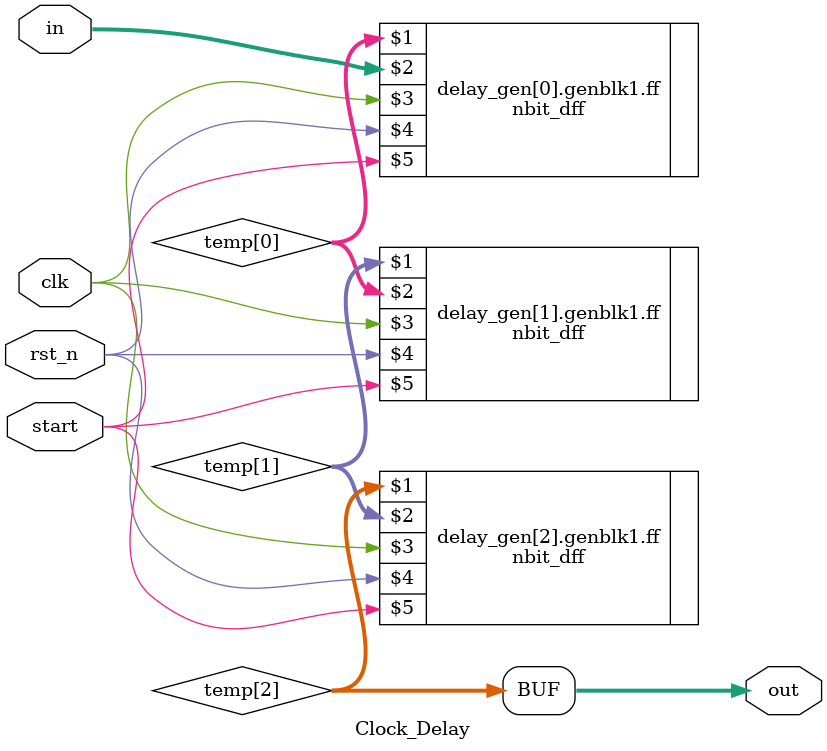
<source format=v>
`timescale 1ns / 1ps
module Clock_Delay#(
parameter WIDTH = 32,
parameter NUM_CLOCK = 3
)(
output[WIDTH-1:0] out,
input[WIDTH-1:0] in,
input clk, rst_n, start
    );
wire[WIDTH-1:0] temp[NUM_CLOCK-1:0];
	 
genvar i;
generate
	for(i=0; i<NUM_CLOCK; i=i+1) begin : delay_gen
		if(i==0) nbit_dff#(WIDTH) ff(temp[i],in,clk,rst_n,start);
		else nbit_dff#(WIDTH) ff(temp[i],temp[i-1],clk,rst_n,start);
	end
endgenerate

assign out = temp[NUM_CLOCK-1];

endmodule

</source>
